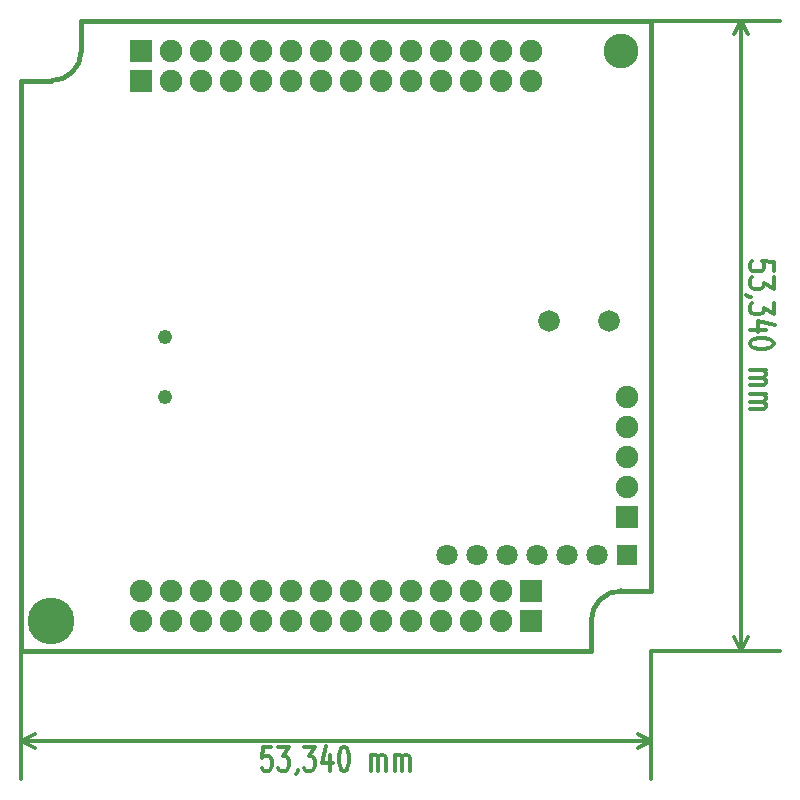
<source format=gbs>
G04 (created by PCBNEW (2013-mar-13)-testing) date Tue 30 Jul 2013 04:19:20 PM CEST*
%MOIN*%
G04 Gerber Fmt 3.4, Leading zero omitted, Abs format*
%FSLAX34Y34*%
G01*
G70*
G90*
G04 APERTURE LIST*
%ADD10C,0.005906*%
%ADD11C,0.015000*%
%ADD12C,0.012000*%
%ADD13R,0.075100X0.075100*%
%ADD14C,0.075100*%
%ADD15C,0.156000*%
%ADD16C,0.116000*%
%ADD17R,0.071000X0.071000*%
%ADD18C,0.071000*%
%ADD19C,0.072000*%
%ADD20C,0.048000*%
G04 APERTURE END LIST*
G54D10*
G54D11*
X19000Y-40000D02*
X19000Y-21000D01*
X38000Y-40000D02*
X19000Y-40000D01*
X40000Y-19000D02*
X40000Y-38000D01*
X21000Y-19000D02*
X40000Y-19000D01*
X39000Y-38000D02*
X40000Y-38000D01*
X38000Y-39500D02*
X38000Y-40000D01*
X19500Y-21000D02*
X19000Y-21000D01*
X21000Y-19500D02*
X21000Y-19000D01*
X20000Y-21000D02*
X19500Y-21000D01*
X21000Y-20000D02*
X21000Y-19500D01*
X38000Y-39000D02*
X38000Y-39500D01*
X39000Y-38000D02*
G75*
G03X38000Y-39000I0J-1000D01*
G74*
G01*
X20000Y-21000D02*
G75*
G03X21000Y-20000I0J1000D01*
G74*
G01*
G54D12*
X44077Y-27328D02*
X44077Y-27042D01*
X43696Y-27014D01*
X43734Y-27042D01*
X43772Y-27099D01*
X43772Y-27242D01*
X43734Y-27299D01*
X43696Y-27328D01*
X43619Y-27357D01*
X43429Y-27357D01*
X43353Y-27328D01*
X43315Y-27299D01*
X43277Y-27242D01*
X43277Y-27099D01*
X43315Y-27042D01*
X43353Y-27014D01*
X44077Y-27557D02*
X44077Y-27928D01*
X43772Y-27728D01*
X43772Y-27814D01*
X43734Y-27871D01*
X43696Y-27899D01*
X43619Y-27928D01*
X43429Y-27928D01*
X43353Y-27899D01*
X43315Y-27871D01*
X43277Y-27814D01*
X43277Y-27642D01*
X43315Y-27585D01*
X43353Y-27557D01*
X43315Y-28214D02*
X43277Y-28214D01*
X43200Y-28185D01*
X43162Y-28157D01*
X44077Y-28414D02*
X44077Y-28785D01*
X43772Y-28585D01*
X43772Y-28671D01*
X43734Y-28728D01*
X43696Y-28757D01*
X43619Y-28785D01*
X43429Y-28785D01*
X43353Y-28757D01*
X43315Y-28728D01*
X43277Y-28671D01*
X43277Y-28500D01*
X43315Y-28442D01*
X43353Y-28414D01*
X43810Y-29300D02*
X43277Y-29300D01*
X44115Y-29157D02*
X43543Y-29014D01*
X43543Y-29385D01*
X44077Y-29728D02*
X44077Y-29785D01*
X44039Y-29842D01*
X44000Y-29871D01*
X43924Y-29900D01*
X43772Y-29928D01*
X43581Y-29928D01*
X43429Y-29900D01*
X43353Y-29871D01*
X43315Y-29842D01*
X43277Y-29785D01*
X43277Y-29728D01*
X43315Y-29671D01*
X43353Y-29642D01*
X43429Y-29614D01*
X43581Y-29585D01*
X43772Y-29585D01*
X43924Y-29614D01*
X44000Y-29642D01*
X44039Y-29671D01*
X44077Y-29728D01*
X43277Y-30642D02*
X43810Y-30642D01*
X43734Y-30642D02*
X43772Y-30671D01*
X43810Y-30728D01*
X43810Y-30814D01*
X43772Y-30871D01*
X43696Y-30900D01*
X43277Y-30900D01*
X43696Y-30900D02*
X43772Y-30928D01*
X43810Y-30985D01*
X43810Y-31071D01*
X43772Y-31128D01*
X43696Y-31157D01*
X43277Y-31157D01*
X43277Y-31442D02*
X43810Y-31442D01*
X43734Y-31442D02*
X43772Y-31471D01*
X43810Y-31528D01*
X43810Y-31614D01*
X43772Y-31671D01*
X43696Y-31700D01*
X43277Y-31700D01*
X43696Y-31700D02*
X43772Y-31728D01*
X43810Y-31785D01*
X43810Y-31871D01*
X43772Y-31928D01*
X43696Y-31957D01*
X43277Y-31957D01*
X42999Y-19000D02*
X42999Y-40000D01*
X40000Y-19000D02*
X44279Y-19000D01*
X40000Y-40000D02*
X44279Y-40000D01*
X42999Y-40000D02*
X42769Y-39557D01*
X42999Y-40000D02*
X43229Y-39557D01*
X42999Y-19000D02*
X42769Y-19443D01*
X42999Y-19000D02*
X43229Y-19443D01*
X27328Y-43200D02*
X27042Y-43200D01*
X27014Y-43581D01*
X27042Y-43543D01*
X27099Y-43505D01*
X27242Y-43505D01*
X27299Y-43543D01*
X27328Y-43581D01*
X27357Y-43658D01*
X27357Y-43848D01*
X27328Y-43924D01*
X27299Y-43962D01*
X27242Y-44000D01*
X27099Y-44000D01*
X27042Y-43962D01*
X27014Y-43924D01*
X27557Y-43200D02*
X27928Y-43200D01*
X27728Y-43505D01*
X27814Y-43505D01*
X27871Y-43543D01*
X27899Y-43581D01*
X27928Y-43658D01*
X27928Y-43848D01*
X27899Y-43924D01*
X27871Y-43962D01*
X27814Y-44000D01*
X27642Y-44000D01*
X27585Y-43962D01*
X27557Y-43924D01*
X28214Y-43962D02*
X28214Y-44000D01*
X28185Y-44077D01*
X28157Y-44115D01*
X28414Y-43200D02*
X28785Y-43200D01*
X28585Y-43505D01*
X28671Y-43505D01*
X28728Y-43543D01*
X28757Y-43581D01*
X28785Y-43658D01*
X28785Y-43848D01*
X28757Y-43924D01*
X28728Y-43962D01*
X28671Y-44000D01*
X28500Y-44000D01*
X28442Y-43962D01*
X28414Y-43924D01*
X29300Y-43467D02*
X29300Y-44000D01*
X29157Y-43162D02*
X29014Y-43734D01*
X29385Y-43734D01*
X29728Y-43200D02*
X29785Y-43200D01*
X29842Y-43239D01*
X29871Y-43277D01*
X29900Y-43353D01*
X29928Y-43505D01*
X29928Y-43696D01*
X29900Y-43848D01*
X29871Y-43924D01*
X29842Y-43962D01*
X29785Y-44000D01*
X29728Y-44000D01*
X29671Y-43962D01*
X29642Y-43924D01*
X29614Y-43848D01*
X29585Y-43696D01*
X29585Y-43505D01*
X29614Y-43353D01*
X29642Y-43277D01*
X29671Y-43239D01*
X29728Y-43200D01*
X30642Y-44000D02*
X30642Y-43467D01*
X30642Y-43543D02*
X30671Y-43505D01*
X30728Y-43467D01*
X30814Y-43467D01*
X30871Y-43505D01*
X30900Y-43581D01*
X30900Y-44000D01*
X30900Y-43581D02*
X30928Y-43505D01*
X30985Y-43467D01*
X31071Y-43467D01*
X31128Y-43505D01*
X31157Y-43581D01*
X31157Y-44000D01*
X31442Y-44000D02*
X31442Y-43467D01*
X31442Y-43543D02*
X31471Y-43505D01*
X31528Y-43467D01*
X31614Y-43467D01*
X31671Y-43505D01*
X31700Y-43581D01*
X31700Y-44000D01*
X31700Y-43581D02*
X31728Y-43505D01*
X31785Y-43467D01*
X31871Y-43467D01*
X31928Y-43505D01*
X31957Y-43581D01*
X31957Y-44000D01*
X19000Y-42999D02*
X40000Y-42999D01*
X19000Y-40000D02*
X19000Y-44279D01*
X40000Y-40000D02*
X40000Y-44279D01*
X40000Y-42999D02*
X39557Y-43229D01*
X40000Y-42999D02*
X39557Y-42769D01*
X19000Y-42999D02*
X19443Y-43229D01*
X19000Y-42999D02*
X19443Y-42769D01*
G54D13*
X23000Y-20000D03*
G54D14*
X24000Y-20000D03*
X25000Y-20000D03*
X26000Y-20000D03*
X27000Y-20000D03*
X28000Y-20000D03*
X29000Y-20000D03*
X30000Y-20000D03*
X31000Y-20000D03*
X32000Y-20000D03*
X33000Y-20000D03*
X34000Y-20000D03*
X35000Y-20000D03*
X36000Y-20000D03*
G54D13*
X36000Y-39000D03*
G54D14*
X35000Y-39000D03*
X34000Y-39000D03*
X33000Y-39000D03*
X32000Y-39000D03*
X31000Y-39000D03*
X30000Y-39000D03*
X29000Y-39000D03*
X28000Y-39000D03*
X27000Y-39000D03*
X26000Y-39000D03*
X25000Y-39000D03*
X24000Y-39000D03*
X23000Y-39000D03*
G54D13*
X36000Y-38000D03*
G54D14*
X35000Y-38000D03*
X34000Y-38000D03*
X33000Y-38000D03*
X32000Y-38000D03*
X31000Y-38000D03*
X30000Y-38000D03*
X29000Y-38000D03*
X28000Y-38000D03*
X27000Y-38000D03*
X26000Y-38000D03*
X25000Y-38000D03*
X24000Y-38000D03*
X23000Y-38000D03*
G54D13*
X23000Y-21000D03*
G54D14*
X24000Y-21000D03*
X25000Y-21000D03*
X26000Y-21000D03*
X27000Y-21000D03*
X28000Y-21000D03*
X29000Y-21000D03*
X30000Y-21000D03*
X31000Y-21000D03*
X32000Y-21000D03*
X33000Y-21000D03*
X34000Y-21000D03*
X35000Y-21000D03*
X36000Y-21000D03*
G54D15*
X20000Y-39000D03*
G54D16*
X39000Y-20000D03*
G54D17*
X39200Y-36800D03*
G54D18*
X38200Y-36800D03*
X37200Y-36800D03*
X36200Y-36800D03*
X35200Y-36800D03*
X34200Y-36800D03*
X33200Y-36800D03*
G54D13*
X39200Y-35550D03*
G54D14*
X39200Y-34550D03*
X39200Y-33550D03*
X39200Y-32550D03*
X39200Y-31550D03*
G54D19*
X36600Y-29000D03*
X38600Y-29000D03*
G54D20*
X23800Y-29550D03*
X23800Y-31550D03*
M02*

</source>
